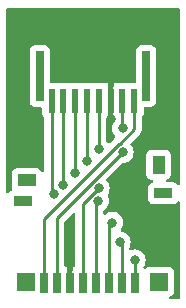
<source format=gbr>
%TF.GenerationSoftware,KiCad,Pcbnew,(6.0.7)*%
%TF.CreationDate,2023-02-25T23:23:10-06:00*%
%TF.ProjectId,SDCardToFFC,53444361-7264-4546-9f46-46432e6b6963,rev?*%
%TF.SameCoordinates,Original*%
%TF.FileFunction,Copper,L1,Top*%
%TF.FilePolarity,Positive*%
%FSLAX46Y46*%
G04 Gerber Fmt 4.6, Leading zero omitted, Abs format (unit mm)*
G04 Created by KiCad (PCBNEW (6.0.7)) date 2023-02-25 23:23:10*
%MOMM*%
%LPD*%
G01*
G04 APERTURE LIST*
%TA.AperFunction,SMDPad,CuDef*%
%ADD10R,0.762000X1.803400*%
%TD*%
%TA.AperFunction,SMDPad,CuDef*%
%ADD11R,1.498600X1.498600*%
%TD*%
%TA.AperFunction,SMDPad,CuDef*%
%ADD12R,1.549400X0.838200*%
%TD*%
%TA.AperFunction,SMDPad,CuDef*%
%ADD13R,1.549400X1.041400*%
%TD*%
%TA.AperFunction,SMDPad,CuDef*%
%ADD14R,1.041400X1.549400*%
%TD*%
%TA.AperFunction,SMDPad,CuDef*%
%ADD15R,0.600000X2.000000*%
%TD*%
%TA.AperFunction,SMDPad,CuDef*%
%ADD16R,0.700000X4.200000*%
%TD*%
%TA.AperFunction,ViaPad*%
%ADD17C,0.800000*%
%TD*%
%TA.AperFunction,Conductor*%
%ADD18C,0.250000*%
%TD*%
G04 APERTURE END LIST*
D10*
%TO.P,J2,1,1*%
%TO.N,DAT2*%
X143250712Y-94170701D03*
%TO.P,J2,2,2*%
%TO.N,DAT3*%
X142150711Y-94170701D03*
%TO.P,J2,3,3*%
%TO.N,CMD*%
X141050711Y-94170701D03*
%TO.P,J2,4,4*%
%TO.N,3V*%
X139950711Y-94170701D03*
%TO.P,J2,5,5*%
%TO.N,CLK*%
X138850713Y-94170701D03*
%TO.P,J2,6,6*%
%TO.N,GND*%
X137750713Y-94170701D03*
%TO.P,J2,7,7*%
%TO.N,DAT0*%
X136650712Y-94170701D03*
%TO.P,J2,8,8*%
%TO.N,DAT1*%
X135550712Y-94170701D03*
D11*
%TO.P,J2,9*%
%TO.N,N/C*%
X134075000Y-94018301D03*
%TO.P,J2,10*%
X145325000Y-94018301D03*
D12*
%TO.P,J2,11*%
X133744792Y-87193702D03*
%TO.P,J2,12*%
X145655208Y-86543701D03*
D13*
%TO.P,J2,13*%
X134100316Y-85439700D03*
D14*
%TO.P,J2,14*%
X145254294Y-84118702D03*
%TD*%
D15*
%TO.P,J1,1,1*%
%TO.N,DAT2*%
X136200000Y-78700000D03*
%TO.P,J1,2,2*%
%TO.N,DAT3*%
X137200000Y-78700000D03*
%TO.P,J1,3,3*%
%TO.N,CMD*%
X138200000Y-78700000D03*
%TO.P,J1,4,4*%
%TO.N,3V*%
X139200000Y-78700000D03*
%TO.P,J1,5,5*%
%TO.N,CLK*%
X140200000Y-78700000D03*
%TO.P,J1,6,6*%
%TO.N,GND*%
X141200000Y-78700000D03*
%TO.P,J1,7,7*%
%TO.N,DAT0*%
X142200000Y-78700000D03*
%TO.P,J1,8,8*%
%TO.N,DAT1*%
X143200000Y-78700000D03*
D16*
%TO.P,J1,MP1,MP1*%
%TO.N,unconnected-(J1-PadMP1)*%
X135200000Y-76600000D03*
%TO.P,J1,MP2,MP2*%
%TO.N,unconnected-(J1-PadMP2)*%
X144200000Y-76600000D03*
%TD*%
D17*
%TO.N,DAT2*%
X136398000Y-86614000D03*
X143256000Y-92202000D03*
%TO.N,DAT3*%
X141986000Y-90678000D03*
X137160000Y-85852000D03*
%TO.N,GND*%
X141224000Y-80264000D03*
X137668000Y-92456000D03*
%TO.N,CMD*%
X141355299Y-89022701D03*
X138176000Y-84836000D03*
%TO.N,3V*%
X140149144Y-87180856D03*
X139192000Y-83820000D03*
%TO.N,CLK*%
X140208000Y-86106000D03*
X140208000Y-82804000D03*
%TO.N,DAT0*%
X142240000Y-83058000D03*
X142240000Y-81026000D03*
%TD*%
D18*
%TO.N,DAT2*%
X143256000Y-92202000D02*
X143256000Y-94165413D01*
X136200000Y-86416000D02*
X136398000Y-86614000D01*
X136200000Y-78700000D02*
X136200000Y-86416000D01*
X143256000Y-94165413D02*
X143250712Y-94170701D01*
%TO.N,DAT3*%
X141986000Y-90678000D02*
X142150711Y-90842711D01*
%TO.N,3V*%
X139950711Y-87379289D02*
X140149144Y-87180856D01*
X139950711Y-94170701D02*
X139950711Y-87379289D01*
%TO.N,CMD*%
X141050711Y-89327289D02*
X141355299Y-89022701D01*
%TO.N,DAT3*%
X142150711Y-90842711D02*
X142150711Y-94170701D01*
X137200000Y-85812000D02*
X137160000Y-85852000D01*
%TO.N,CMD*%
X141050711Y-94170701D02*
X141050711Y-89327289D01*
%TO.N,DAT3*%
X137200000Y-78700000D02*
X137200000Y-85812000D01*
%TO.N,GND*%
X141200000Y-80240000D02*
X141224000Y-80264000D01*
X141200000Y-78700000D02*
X141200000Y-80240000D01*
X137750713Y-94170701D02*
X137750713Y-92538713D01*
X137750713Y-92538713D02*
X137668000Y-92456000D01*
%TO.N,CMD*%
X138200000Y-84812000D02*
X138176000Y-84836000D01*
X138200000Y-78700000D02*
X138200000Y-84812000D01*
%TO.N,CLK*%
X140208000Y-86106000D02*
X140199402Y-86106000D01*
X140199402Y-86106000D02*
X138850713Y-87454689D01*
X138850713Y-87454689D02*
X138850713Y-94170701D01*
%TO.N,3V*%
X139200000Y-83812000D02*
X139192000Y-83820000D01*
X139200000Y-78700000D02*
X139200000Y-83812000D01*
%TO.N,DAT0*%
X142231402Y-83058000D02*
X142240000Y-83058000D01*
X136650712Y-88638690D02*
X142231402Y-83058000D01*
%TO.N,CLK*%
X140200000Y-82796000D02*
X140208000Y-82804000D01*
X140200000Y-78700000D02*
X140200000Y-82796000D01*
%TO.N,DAT0*%
X136650712Y-94170701D02*
X136650712Y-88638690D01*
%TO.N,DAT1*%
X135550712Y-88722690D02*
X135550712Y-94170701D01*
X143200000Y-81090598D02*
X141957098Y-82333500D01*
X143200000Y-78700000D02*
X143200000Y-81090598D01*
X141957098Y-82333500D02*
X141939902Y-82333500D01*
X141939902Y-82333500D02*
X135550712Y-88722690D01*
%TO.N,DAT0*%
X142200000Y-78700000D02*
X142200000Y-80986000D01*
X142200000Y-80986000D02*
X142240000Y-81026000D01*
%TD*%
%TA.AperFunction,Conductor*%
%TO.N,GND*%
G36*
X147007621Y-70886502D02*
G01*
X147054114Y-70940158D01*
X147065500Y-70992500D01*
X147065500Y-85746492D01*
X147045498Y-85814613D01*
X146991842Y-85861106D01*
X146921568Y-85871210D01*
X146856988Y-85841716D01*
X146838674Y-85822057D01*
X146798551Y-85768521D01*
X146798550Y-85768520D01*
X146793169Y-85761340D01*
X146676613Y-85673986D01*
X146540224Y-85622856D01*
X146478042Y-85616101D01*
X145990967Y-85616101D01*
X145922846Y-85596099D01*
X145876353Y-85542443D01*
X145866249Y-85472169D01*
X145895743Y-85407589D01*
X145946738Y-85372119D01*
X146013289Y-85347170D01*
X146013290Y-85347169D01*
X146021699Y-85344017D01*
X146138255Y-85256663D01*
X146225609Y-85140107D01*
X146276739Y-85003718D01*
X146283494Y-84941536D01*
X146283494Y-83295868D01*
X146276739Y-83233686D01*
X146225609Y-83097297D01*
X146138255Y-82980741D01*
X146021699Y-82893387D01*
X145885310Y-82842257D01*
X145823128Y-82835502D01*
X144685460Y-82835502D01*
X144623278Y-82842257D01*
X144486889Y-82893387D01*
X144370333Y-82980741D01*
X144282979Y-83097297D01*
X144231849Y-83233686D01*
X144225094Y-83295868D01*
X144225094Y-84941536D01*
X144231849Y-85003718D01*
X144282979Y-85140107D01*
X144370333Y-85256663D01*
X144486889Y-85344017D01*
X144623278Y-85395147D01*
X144631130Y-85396000D01*
X144631134Y-85396001D01*
X144669741Y-85400194D01*
X144681311Y-85401451D01*
X144746872Y-85428692D01*
X144787299Y-85487055D01*
X144789755Y-85558009D01*
X144753460Y-85619027D01*
X144711933Y-85644696D01*
X144646286Y-85669306D01*
X144633803Y-85673986D01*
X144517247Y-85761340D01*
X144429893Y-85877896D01*
X144378763Y-86014285D01*
X144372008Y-86076467D01*
X144372008Y-87010935D01*
X144378763Y-87073117D01*
X144429893Y-87209506D01*
X144517247Y-87326062D01*
X144633803Y-87413416D01*
X144770192Y-87464546D01*
X144832374Y-87471301D01*
X146478042Y-87471301D01*
X146540224Y-87464546D01*
X146676613Y-87413416D01*
X146793169Y-87326062D01*
X146838674Y-87265345D01*
X146895533Y-87222830D01*
X146966352Y-87217804D01*
X147028645Y-87251864D01*
X147062635Y-87314195D01*
X147065500Y-87340910D01*
X147065500Y-95377500D01*
X147045498Y-95445621D01*
X146991842Y-95492114D01*
X146939500Y-95503500D01*
X146255062Y-95503500D01*
X146186941Y-95483498D01*
X146140448Y-95429842D01*
X146130344Y-95359568D01*
X146159838Y-95294988D01*
X146210833Y-95259518D01*
X146312595Y-95221369D01*
X146312596Y-95221368D01*
X146321005Y-95218216D01*
X146437561Y-95130862D01*
X146524915Y-95014306D01*
X146576045Y-94877917D01*
X146582800Y-94815735D01*
X146582800Y-93220867D01*
X146576045Y-93158685D01*
X146524915Y-93022296D01*
X146437561Y-92905740D01*
X146321005Y-92818386D01*
X146184616Y-92767256D01*
X146122434Y-92760501D01*
X144527566Y-92760501D01*
X144465384Y-92767256D01*
X144328995Y-92818386D01*
X144212439Y-92905740D01*
X144207058Y-92912920D01*
X144207056Y-92912922D01*
X144204531Y-92916291D01*
X144201186Y-92918792D01*
X144200708Y-92919270D01*
X144200639Y-92919201D01*
X144147671Y-92958806D01*
X144076853Y-92963830D01*
X144014560Y-92929770D01*
X144002881Y-92916291D01*
X144000356Y-92912922D01*
X144000354Y-92912920D01*
X143999203Y-92911385D01*
X143999202Y-92911382D01*
X143994974Y-92905741D01*
X143995788Y-92905131D01*
X143965640Y-92849920D01*
X143970705Y-92779105D01*
X143986826Y-92749075D01*
X143990620Y-92743852D01*
X143995040Y-92738944D01*
X144090527Y-92573556D01*
X144149542Y-92391928D01*
X144169504Y-92202000D01*
X144149542Y-92012072D01*
X144090527Y-91830444D01*
X143995040Y-91665056D01*
X143867253Y-91523134D01*
X143712752Y-91410882D01*
X143706724Y-91408198D01*
X143706722Y-91408197D01*
X143544319Y-91335891D01*
X143544318Y-91335891D01*
X143538288Y-91333206D01*
X143444888Y-91313353D01*
X143357944Y-91294872D01*
X143357939Y-91294872D01*
X143351487Y-91293500D01*
X143160513Y-91293500D01*
X143154061Y-91294872D01*
X143154056Y-91294872D01*
X143067113Y-91313353D01*
X142973712Y-91333206D01*
X142967682Y-91335891D01*
X142967681Y-91335891D01*
X142961460Y-91338661D01*
X142891093Y-91348095D01*
X142826796Y-91317989D01*
X142788983Y-91257900D01*
X142784211Y-91223554D01*
X142784211Y-91146218D01*
X142801091Y-91083219D01*
X142820527Y-91049556D01*
X142879542Y-90867928D01*
X142899504Y-90678000D01*
X142879542Y-90488072D01*
X142820527Y-90306444D01*
X142725040Y-90141056D01*
X142597253Y-89999134D01*
X142442752Y-89886882D01*
X142436724Y-89884198D01*
X142436722Y-89884197D01*
X142274319Y-89811891D01*
X142274318Y-89811891D01*
X142268288Y-89809206D01*
X142147142Y-89783455D01*
X142084670Y-89749728D01*
X142050348Y-89687578D01*
X142055076Y-89616739D01*
X142079701Y-89575902D01*
X142094339Y-89559645D01*
X142189826Y-89394257D01*
X142248841Y-89212629D01*
X142268803Y-89022701D01*
X142256022Y-88901094D01*
X142249531Y-88839336D01*
X142249531Y-88839334D01*
X142248841Y-88832773D01*
X142189826Y-88651145D01*
X142094339Y-88485757D01*
X142000595Y-88381643D01*
X141970974Y-88348746D01*
X141970973Y-88348745D01*
X141966552Y-88343835D01*
X141812051Y-88231583D01*
X141806023Y-88228899D01*
X141806021Y-88228898D01*
X141643618Y-88156592D01*
X141643617Y-88156592D01*
X141637587Y-88153907D01*
X141544186Y-88134054D01*
X141457243Y-88115573D01*
X141457238Y-88115573D01*
X141450786Y-88114201D01*
X141259812Y-88114201D01*
X141253360Y-88115573D01*
X141253355Y-88115573D01*
X141166412Y-88134054D01*
X141073011Y-88153907D01*
X141066981Y-88156592D01*
X141066980Y-88156592D01*
X140904577Y-88228898D01*
X140904575Y-88228899D01*
X140898547Y-88231583D01*
X140893206Y-88235463D01*
X140893205Y-88235464D01*
X140784272Y-88314609D01*
X140717404Y-88338467D01*
X140648253Y-88322387D01*
X140598773Y-88271473D01*
X140584211Y-88212673D01*
X140584211Y-88051929D01*
X140604213Y-87983808D01*
X140636150Y-87949993D01*
X140755053Y-87863605D01*
X140755055Y-87863603D01*
X140760397Y-87859722D01*
X140888184Y-87717800D01*
X140983671Y-87552412D01*
X141042686Y-87370784D01*
X141046815Y-87331504D01*
X141061958Y-87187421D01*
X141062648Y-87180856D01*
X141042686Y-86990928D01*
X140983671Y-86809300D01*
X140953706Y-86757399D01*
X140936968Y-86688404D01*
X140953706Y-86631399D01*
X141039223Y-86483279D01*
X141039224Y-86483278D01*
X141042527Y-86477556D01*
X141101542Y-86295928D01*
X141103630Y-86276068D01*
X141120814Y-86112565D01*
X141121504Y-86106000D01*
X141112690Y-86022141D01*
X141102232Y-85922635D01*
X141102232Y-85922633D01*
X141101542Y-85916072D01*
X141042527Y-85734444D01*
X140947040Y-85569056D01*
X140870319Y-85483848D01*
X140839603Y-85419843D01*
X140848367Y-85349389D01*
X140874861Y-85310445D01*
X142181901Y-84003405D01*
X142244213Y-83969379D01*
X142270996Y-83966500D01*
X142335487Y-83966500D01*
X142341939Y-83965128D01*
X142341944Y-83965128D01*
X142428887Y-83946647D01*
X142522288Y-83926794D01*
X142528319Y-83924109D01*
X142690722Y-83851803D01*
X142690724Y-83851802D01*
X142696752Y-83849118D01*
X142851253Y-83736866D01*
X142979040Y-83594944D01*
X143074527Y-83429556D01*
X143133542Y-83247928D01*
X143153504Y-83058000D01*
X143152814Y-83051435D01*
X143134232Y-82874635D01*
X143134232Y-82874633D01*
X143133542Y-82868072D01*
X143074527Y-82686444D01*
X142979040Y-82521056D01*
X142910468Y-82444899D01*
X142879750Y-82380892D01*
X142888515Y-82310438D01*
X142915009Y-82271493D01*
X143592258Y-81594245D01*
X143600537Y-81586711D01*
X143607018Y-81582598D01*
X143653644Y-81532946D01*
X143656398Y-81530105D01*
X143676135Y-81510368D01*
X143678615Y-81507171D01*
X143686320Y-81498149D01*
X143711159Y-81471698D01*
X143716586Y-81465919D01*
X143720405Y-81458973D01*
X143720407Y-81458970D01*
X143726348Y-81448164D01*
X143737199Y-81431645D01*
X143744758Y-81421899D01*
X143749614Y-81415639D01*
X143752759Y-81408370D01*
X143752762Y-81408366D01*
X143767174Y-81375061D01*
X143772391Y-81364411D01*
X143793695Y-81325658D01*
X143798733Y-81306035D01*
X143805137Y-81287332D01*
X143810033Y-81276018D01*
X143810033Y-81276017D01*
X143813181Y-81268743D01*
X143814420Y-81260920D01*
X143814423Y-81260910D01*
X143820099Y-81225074D01*
X143822505Y-81213454D01*
X143831528Y-81178309D01*
X143831528Y-81178308D01*
X143833500Y-81170628D01*
X143833500Y-81150374D01*
X143835051Y-81130663D01*
X143836980Y-81118484D01*
X143838220Y-81110655D01*
X143834059Y-81066636D01*
X143833500Y-81054779D01*
X143833500Y-80143413D01*
X143853502Y-80075292D01*
X143863102Y-80063380D01*
X143863261Y-80063261D01*
X143950615Y-79946705D01*
X144001745Y-79810316D01*
X144008500Y-79748134D01*
X144008500Y-79334500D01*
X144028502Y-79266379D01*
X144082158Y-79219886D01*
X144134500Y-79208500D01*
X144598134Y-79208500D01*
X144660316Y-79201745D01*
X144796705Y-79150615D01*
X144913261Y-79063261D01*
X145000615Y-78946705D01*
X145051745Y-78810316D01*
X145058500Y-78748134D01*
X145058500Y-74451866D01*
X145051745Y-74389684D01*
X145000615Y-74253295D01*
X144913261Y-74136739D01*
X144796705Y-74049385D01*
X144660316Y-73998255D01*
X144598134Y-73991500D01*
X143801866Y-73991500D01*
X143739684Y-73998255D01*
X143603295Y-74049385D01*
X143486739Y-74136739D01*
X143399385Y-74253295D01*
X143348255Y-74389684D01*
X143341500Y-74451866D01*
X143341500Y-77065500D01*
X143321498Y-77133621D01*
X143267842Y-77180114D01*
X143215500Y-77191500D01*
X142851866Y-77191500D01*
X142848469Y-77191869D01*
X142797534Y-77197402D01*
X142797532Y-77197402D01*
X142789684Y-77198255D01*
X142782291Y-77201027D01*
X142782289Y-77201027D01*
X142744229Y-77215295D01*
X142673422Y-77220478D01*
X142655771Y-77215295D01*
X142617711Y-77201027D01*
X142617709Y-77201027D01*
X142610316Y-77198255D01*
X142602468Y-77197402D01*
X142602466Y-77197402D01*
X142551531Y-77191869D01*
X142548134Y-77191500D01*
X141851866Y-77191500D01*
X141789684Y-77198255D01*
X141770230Y-77205548D01*
X141743518Y-77215562D01*
X141672711Y-77220745D01*
X141655058Y-77215562D01*
X141617606Y-77201522D01*
X141602351Y-77197895D01*
X141551486Y-77192369D01*
X141544672Y-77192000D01*
X141472115Y-77192000D01*
X141456876Y-77196475D01*
X141455671Y-77197865D01*
X141454000Y-77205548D01*
X141454000Y-77418142D01*
X141445982Y-77462371D01*
X141401029Y-77582282D01*
X141401027Y-77582288D01*
X141398255Y-77589684D01*
X141391500Y-77651866D01*
X141391500Y-79748134D01*
X141398255Y-79810316D01*
X141401027Y-79817712D01*
X141401029Y-79817718D01*
X141445982Y-79937629D01*
X141454000Y-79981858D01*
X141454000Y-80189884D01*
X141458475Y-80205123D01*
X141459865Y-80206328D01*
X141467282Y-80207941D01*
X141529594Y-80241965D01*
X141563620Y-80304277D01*
X141566500Y-80331062D01*
X141566500Y-80367899D01*
X141546498Y-80436020D01*
X141534136Y-80452209D01*
X141505384Y-80484142D01*
X141505382Y-80484145D01*
X141500960Y-80489056D01*
X141405473Y-80654444D01*
X141346458Y-80836072D01*
X141326496Y-81026000D01*
X141346458Y-81215928D01*
X141405473Y-81397556D01*
X141500960Y-81562944D01*
X141529144Y-81594245D01*
X141571489Y-81641274D01*
X141602206Y-81705282D01*
X141593441Y-81775735D01*
X141555156Y-81825045D01*
X141548540Y-81828958D01*
X141534219Y-81843279D01*
X141519186Y-81856119D01*
X141502795Y-81868028D01*
X141497744Y-81874134D01*
X141474604Y-81902105D01*
X141466614Y-81910884D01*
X141118346Y-82259152D01*
X141056034Y-82293178D01*
X140985219Y-82288113D01*
X140935617Y-82254369D01*
X140865863Y-82176900D01*
X140835147Y-82112894D01*
X140833500Y-82092591D01*
X140833500Y-80330036D01*
X140853502Y-80261915D01*
X140907158Y-80215422D01*
X140924002Y-80209140D01*
X140943124Y-80203525D01*
X140944329Y-80202135D01*
X140946000Y-80194452D01*
X140946000Y-79981858D01*
X140954018Y-79937629D01*
X140998971Y-79817718D01*
X140998973Y-79817712D01*
X141001745Y-79810316D01*
X141008500Y-79748134D01*
X141008500Y-77651866D01*
X141001745Y-77589684D01*
X140998973Y-77582288D01*
X140998971Y-77582282D01*
X140954018Y-77462371D01*
X140946000Y-77418142D01*
X140946000Y-77210116D01*
X140941525Y-77194877D01*
X140940135Y-77193672D01*
X140932452Y-77192001D01*
X140855331Y-77192001D01*
X140848510Y-77192371D01*
X140797648Y-77197895D01*
X140782396Y-77201521D01*
X140744942Y-77215562D01*
X140674135Y-77220745D01*
X140656482Y-77215562D01*
X140629770Y-77205548D01*
X140610316Y-77198255D01*
X140548134Y-77191500D01*
X139851866Y-77191500D01*
X139848469Y-77191869D01*
X139797534Y-77197402D01*
X139797532Y-77197402D01*
X139789684Y-77198255D01*
X139782291Y-77201027D01*
X139782289Y-77201027D01*
X139744229Y-77215295D01*
X139673422Y-77220478D01*
X139655771Y-77215295D01*
X139617711Y-77201027D01*
X139617709Y-77201027D01*
X139610316Y-77198255D01*
X139602468Y-77197402D01*
X139602466Y-77197402D01*
X139551531Y-77191869D01*
X139548134Y-77191500D01*
X138851866Y-77191500D01*
X138848469Y-77191869D01*
X138797534Y-77197402D01*
X138797532Y-77197402D01*
X138789684Y-77198255D01*
X138782291Y-77201027D01*
X138782289Y-77201027D01*
X138744229Y-77215295D01*
X138673422Y-77220478D01*
X138655771Y-77215295D01*
X138617711Y-77201027D01*
X138617709Y-77201027D01*
X138610316Y-77198255D01*
X138602468Y-77197402D01*
X138602466Y-77197402D01*
X138551531Y-77191869D01*
X138548134Y-77191500D01*
X137851866Y-77191500D01*
X137848469Y-77191869D01*
X137797534Y-77197402D01*
X137797532Y-77197402D01*
X137789684Y-77198255D01*
X137782291Y-77201027D01*
X137782289Y-77201027D01*
X137744229Y-77215295D01*
X137673422Y-77220478D01*
X137655771Y-77215295D01*
X137617711Y-77201027D01*
X137617709Y-77201027D01*
X137610316Y-77198255D01*
X137602468Y-77197402D01*
X137602466Y-77197402D01*
X137551531Y-77191869D01*
X137548134Y-77191500D01*
X136851866Y-77191500D01*
X136848469Y-77191869D01*
X136797534Y-77197402D01*
X136797532Y-77197402D01*
X136789684Y-77198255D01*
X136782291Y-77201027D01*
X136782289Y-77201027D01*
X136744229Y-77215295D01*
X136673422Y-77220478D01*
X136655771Y-77215295D01*
X136617711Y-77201027D01*
X136617709Y-77201027D01*
X136610316Y-77198255D01*
X136602468Y-77197402D01*
X136602466Y-77197402D01*
X136551531Y-77191869D01*
X136548134Y-77191500D01*
X136184500Y-77191500D01*
X136116379Y-77171498D01*
X136069886Y-77117842D01*
X136058500Y-77065500D01*
X136058500Y-74451866D01*
X136051745Y-74389684D01*
X136000615Y-74253295D01*
X135913261Y-74136739D01*
X135796705Y-74049385D01*
X135660316Y-73998255D01*
X135598134Y-73991500D01*
X134801866Y-73991500D01*
X134739684Y-73998255D01*
X134603295Y-74049385D01*
X134486739Y-74136739D01*
X134399385Y-74253295D01*
X134348255Y-74389684D01*
X134341500Y-74451866D01*
X134341500Y-78748134D01*
X134348255Y-78810316D01*
X134399385Y-78946705D01*
X134486739Y-79063261D01*
X134603295Y-79150615D01*
X134739684Y-79201745D01*
X134801866Y-79208500D01*
X135265500Y-79208500D01*
X135333621Y-79228502D01*
X135380114Y-79282158D01*
X135391500Y-79334500D01*
X135391500Y-79748134D01*
X135398255Y-79810316D01*
X135449385Y-79946705D01*
X135454771Y-79953891D01*
X135536739Y-80063261D01*
X135535135Y-80064463D01*
X135563621Y-80116630D01*
X135566500Y-80143413D01*
X135566500Y-84622379D01*
X135546498Y-84690500D01*
X135492842Y-84736993D01*
X135422568Y-84747097D01*
X135357988Y-84717603D01*
X135329981Y-84682889D01*
X135328781Y-84680697D01*
X135325631Y-84672295D01*
X135238277Y-84555739D01*
X135121721Y-84468385D01*
X134985332Y-84417255D01*
X134923150Y-84410500D01*
X133277482Y-84410500D01*
X133215300Y-84417255D01*
X133078911Y-84468385D01*
X132962355Y-84555739D01*
X132875001Y-84672295D01*
X132823871Y-84808684D01*
X132817116Y-84870866D01*
X132817116Y-86008534D01*
X132823871Y-86070716D01*
X132826643Y-86078112D01*
X132826645Y-86078118D01*
X132850507Y-86141769D01*
X132855690Y-86212576D01*
X132821769Y-86274945D01*
X132776755Y-86303980D01*
X132743409Y-86316481D01*
X132723387Y-86323987D01*
X132606831Y-86411341D01*
X132601450Y-86418521D01*
X132601449Y-86418522D01*
X132561326Y-86472058D01*
X132504467Y-86514573D01*
X132433648Y-86519599D01*
X132371355Y-86485539D01*
X132337365Y-86423208D01*
X132334500Y-86396493D01*
X132334500Y-70992500D01*
X132354502Y-70924379D01*
X132408158Y-70877886D01*
X132460500Y-70866500D01*
X146939500Y-70866500D01*
X147007621Y-70886502D01*
G37*
%TD.AperFunction*%
%TA.AperFunction,Conductor*%
G36*
X138135245Y-88154227D02*
G01*
X138192081Y-88196774D01*
X138216892Y-88263294D01*
X138217213Y-88272283D01*
X138217213Y-92635001D01*
X138197211Y-92703122D01*
X138143555Y-92749615D01*
X138091213Y-92761001D01*
X138022828Y-92761001D01*
X138007589Y-92765476D01*
X138006384Y-92766866D01*
X138004713Y-92774549D01*
X138004713Y-93037826D01*
X137996695Y-93082056D01*
X137967968Y-93158685D01*
X137961213Y-93220867D01*
X137961213Y-94298701D01*
X137941211Y-94366822D01*
X137887555Y-94413315D01*
X137835213Y-94424701D01*
X137666212Y-94424701D01*
X137598091Y-94404699D01*
X137551598Y-94351043D01*
X137540212Y-94298701D01*
X137540212Y-93220867D01*
X137533457Y-93158685D01*
X137504730Y-93082056D01*
X137496713Y-93037829D01*
X137496713Y-92779117D01*
X137492238Y-92763878D01*
X137490848Y-92762673D01*
X137483165Y-92761002D01*
X137410212Y-92761002D01*
X137342091Y-92741000D01*
X137295598Y-92687344D01*
X137284212Y-92635002D01*
X137284212Y-88953284D01*
X137304214Y-88885163D01*
X137321117Y-88864189D01*
X138002118Y-88183188D01*
X138064430Y-88149162D01*
X138135245Y-88154227D01*
G37*
%TD.AperFunction*%
%TD*%
M02*

</source>
